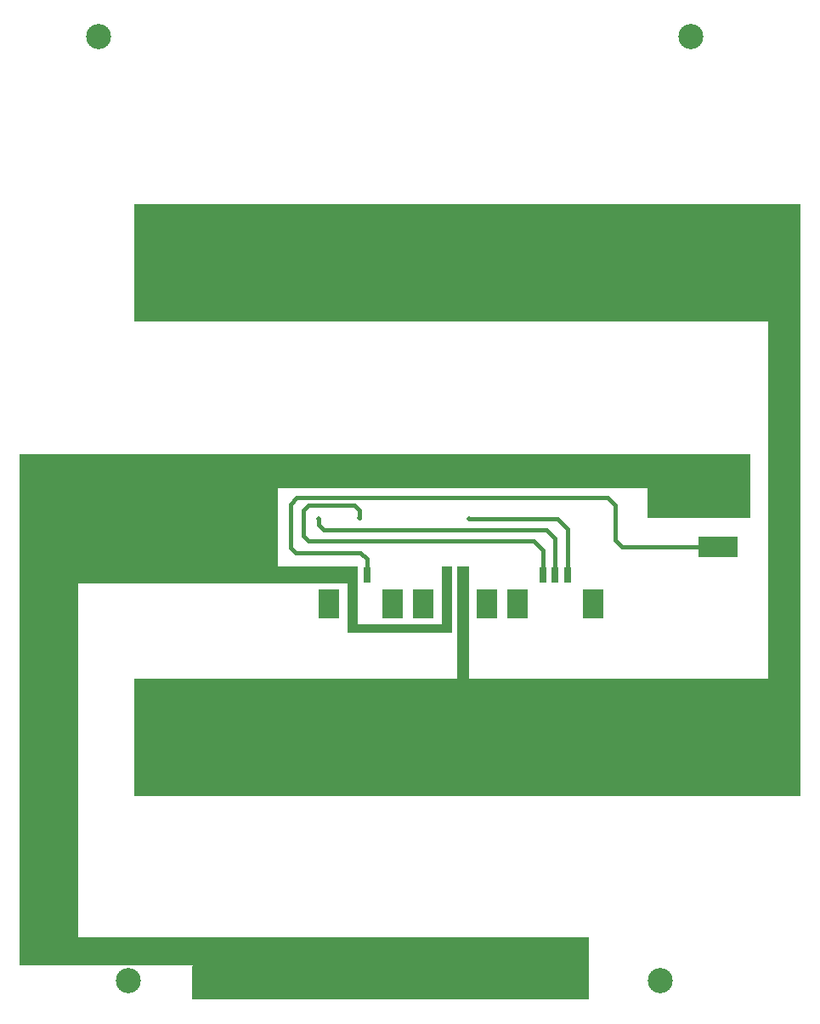
<source format=gbl>
G04 Layer_Physical_Order=2*
G04 Layer_Color=16711680*
%FSLAX25Y25*%
%MOIN*%
G70*
G01*
G75*
%ADD15C,0.01000*%
%ADD17C,0.01500*%
%ADD18C,0.45000*%
%ADD19C,0.09842*%
%ADD20C,0.20866*%
%ADD21C,0.02000*%
%ADD22R,0.08268X0.11811*%
%ADD23R,0.03150X0.06299*%
%ADD24R,0.15748X0.07874*%
G36*
X322500Y128435D02*
D01*
Y82435D01*
X61224D01*
Y128435D01*
X188000D01*
Y172201D01*
X192500Y172201D01*
Y128435D01*
X310000D01*
X310000Y268201D01*
X322500Y268201D01*
X322500Y128435D01*
D02*
G37*
G36*
X303000Y191201D02*
X262500D01*
Y202935D01*
X117500D01*
Y195935D01*
D01*
X117500Y172201D01*
X149000D01*
Y165701D01*
Y149701D01*
X182000D01*
Y172201D01*
X186000D01*
Y146201D01*
X145000D01*
Y165701D01*
X39370D01*
X39370Y26935D01*
X239500Y26935D01*
X239500Y15935D01*
Y2500D01*
X84000D01*
Y15646D01*
X84289Y15935D01*
X16224D01*
X16224Y26935D01*
X16224D01*
X16224Y196935D01*
X16224D01*
X16224Y216201D01*
X262500D01*
Y216201D01*
X303000D01*
Y191201D01*
D02*
G37*
G36*
X322500Y268201D02*
X61224D01*
X61224Y314435D01*
X322500D01*
X322500Y268201D01*
D02*
G37*
D15*
X182000Y147201D02*
X184539Y149740D01*
Y169095D01*
X147539Y149661D02*
Y169095D01*
Y149661D02*
X150000Y147201D01*
X182000D01*
X189461Y126661D02*
Y169095D01*
X82724Y171976D02*
Y199350D01*
Y171976D02*
X85606Y169095D01*
X147539D01*
D17*
X133673Y188528D02*
Y190986D01*
X149421Y191132D02*
Y194280D01*
X147500Y196201D02*
X149421Y194280D01*
X127500Y184201D02*
X129500Y182201D01*
X127500Y184201D02*
Y194201D01*
X129500Y196201D01*
X147500D01*
X150000Y177701D02*
X152461Y175240D01*
Y169095D02*
Y175240D01*
X122500Y179701D02*
X124500Y177701D01*
X150000D01*
X250000Y182701D02*
Y196201D01*
Y182701D02*
X252661Y180039D01*
X290354D01*
X247000Y199201D02*
X250000Y196201D01*
X122500Y179701D02*
Y196701D01*
X125000Y199201D01*
X247000D01*
X133673Y188528D02*
X135500Y186701D01*
X129500Y182201D02*
X218000D01*
X221457Y178744D01*
Y169095D02*
Y178744D01*
X135500Y186701D02*
X223000D01*
X226378Y183323D01*
Y169095D02*
Y183323D01*
X192724Y190935D02*
X227266D01*
X231299Y186902D01*
Y169095D02*
Y186902D01*
D18*
X84112Y291463D02*
D03*
X163323D02*
D03*
X242533D02*
D03*
X84114Y105463D02*
D03*
X163323D02*
D03*
X242535D02*
D03*
D19*
X47244Y379921D02*
D03*
X279527D02*
D03*
X59055Y9843D02*
D03*
X267717Y9843D02*
D03*
D20*
X290354Y203661D02*
D03*
D21*
X50224Y199350D02*
D03*
X52724D02*
D03*
X55224D02*
D03*
X57724D02*
D03*
X60224D02*
D03*
X62724D02*
D03*
X72724D02*
D03*
X75224D02*
D03*
X77724D02*
D03*
X80224D02*
D03*
X82724D02*
D03*
X50724Y19935D02*
D03*
X53224D02*
D03*
X55724D02*
D03*
X58224D02*
D03*
X60724D02*
D03*
X63224D02*
D03*
X133673Y190986D02*
D03*
X149421Y191132D02*
D03*
X192724Y190935D02*
D03*
X212224Y206435D02*
D03*
X118500Y13000D02*
D03*
X121000D02*
D03*
X123500D02*
D03*
X126000D02*
D03*
X128500D02*
D03*
X131000D02*
D03*
X70224Y199350D02*
D03*
X206500Y13000D02*
D03*
X204000D02*
D03*
X201500D02*
D03*
X199000D02*
D03*
X196500D02*
D03*
X194000D02*
D03*
X212224Y203935D02*
D03*
Y208935D02*
D03*
X214724Y203935D02*
D03*
Y206435D02*
D03*
Y208935D02*
D03*
X217224Y203935D02*
D03*
Y206435D02*
D03*
Y208935D02*
D03*
D22*
X211417Y157677D02*
D03*
X241338D02*
D03*
X199500D02*
D03*
X174500Y157677D02*
D03*
X162500Y157677D02*
D03*
X137500Y157677D02*
D03*
D23*
X231299Y169095D02*
D03*
X226378D02*
D03*
X221457D02*
D03*
X184539D02*
D03*
X189461D02*
D03*
X147539D02*
D03*
X152461D02*
D03*
D24*
X290354Y180039D02*
D03*
M02*

</source>
